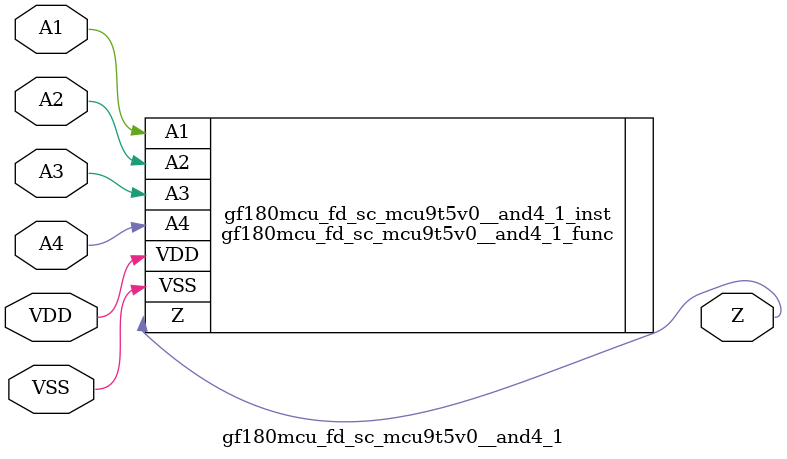
<source format=v>

module gf180mcu_fd_sc_mcu9t5v0__and4_1( A1, A2, A3, A4, Z, VDD, VSS );
input A1, A2, A3, A4;
inout VDD, VSS;
output Z;

   `ifdef FUNCTIONAL  //  functional //

	gf180mcu_fd_sc_mcu9t5v0__and4_1_func gf180mcu_fd_sc_mcu9t5v0__and4_1_behav_inst(.A1(A1),.A2(A2),.A3(A3),.A4(A4),.Z(Z),.VDD(VDD),.VSS(VSS));

   `else

	gf180mcu_fd_sc_mcu9t5v0__and4_1_func gf180mcu_fd_sc_mcu9t5v0__and4_1_inst(.A1(A1),.A2(A2),.A3(A3),.A4(A4),.Z(Z),.VDD(VDD),.VSS(VSS));

	// spec_gates_begin


	// spec_gates_end



   specify

	// specify_block_begin

	// comb arc A1 --> Z
	 (A1 => Z) = (1.0,1.0);

	// comb arc A2 --> Z
	 (A2 => Z) = (1.0,1.0);

	// comb arc A3 --> Z
	 (A3 => Z) = (1.0,1.0);

	// comb arc A4 --> Z
	 (A4 => Z) = (1.0,1.0);

	// specify_block_end

   endspecify

   `endif

endmodule

</source>
